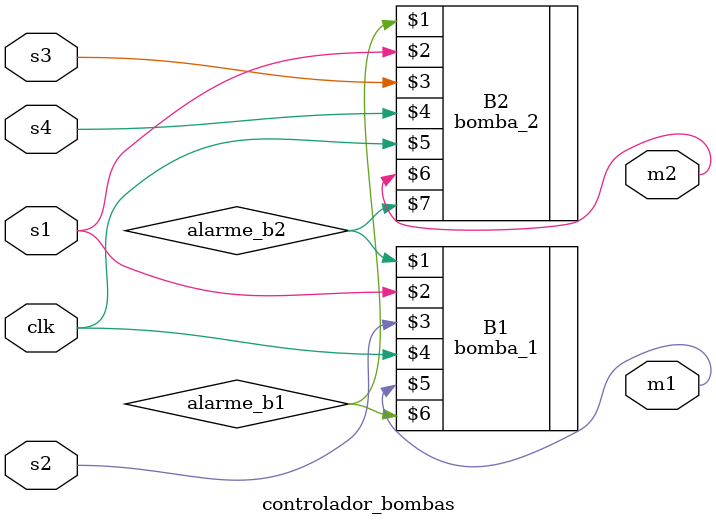
<source format=v>
module controlador_bombas(s1, s2, s3, s4, clk, m1, m2);
  input s1, s2, s3, s4, clk;
  output m1, m2;
  wire alarme_b1, alarme_b2;

  bomba_1 B1 (alarme_b2, s1, s2, clk, m1, alarme_b1);
  bomba_2 B2 (alarme_b1 ,s1, s3, s4, clk, m2, alarme_b2);
endmodule

</source>
